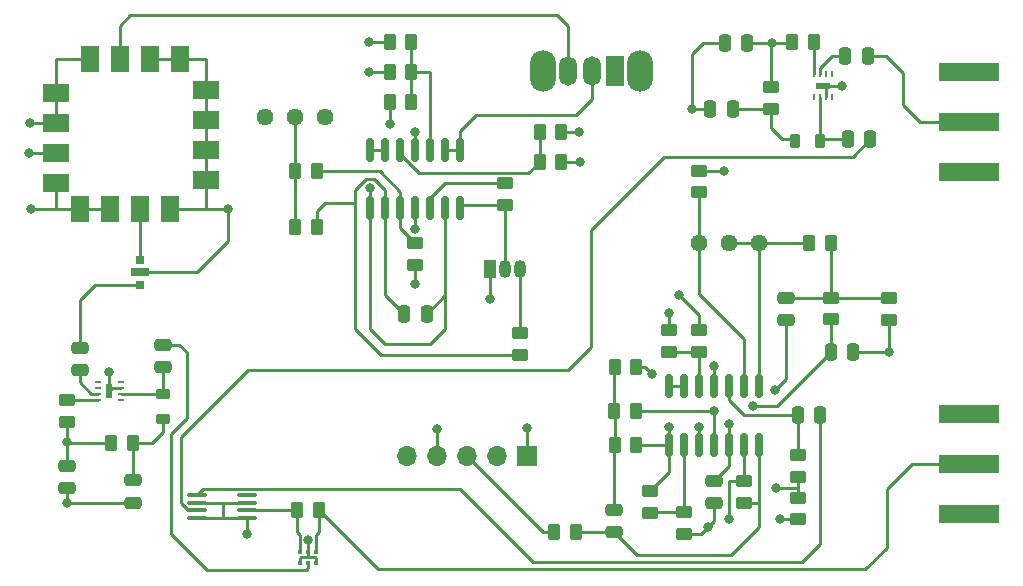
<source format=gbr>
%TF.GenerationSoftware,KiCad,Pcbnew,(6.0.7)*%
%TF.CreationDate,2022-08-18T15:59:35-04:00*%
%TF.ProjectId,RadarProject,52616461-7250-4726-9f6a-6563742e6b69,rev?*%
%TF.SameCoordinates,Original*%
%TF.FileFunction,Copper,L1,Top*%
%TF.FilePolarity,Positive*%
%FSLAX46Y46*%
G04 Gerber Fmt 4.6, Leading zero omitted, Abs format (unit mm)*
G04 Created by KiCad (PCBNEW (6.0.7)) date 2022-08-18 15:59:35*
%MOMM*%
%LPD*%
G01*
G04 APERTURE LIST*
G04 Aperture macros list*
%AMRoundRect*
0 Rectangle with rounded corners*
0 $1 Rounding radius*
0 $2 $3 $4 $5 $6 $7 $8 $9 X,Y pos of 4 corners*
0 Add a 4 corners polygon primitive as box body*
4,1,4,$2,$3,$4,$5,$6,$7,$8,$9,$2,$3,0*
0 Add four circle primitives for the rounded corners*
1,1,$1+$1,$2,$3*
1,1,$1+$1,$4,$5*
1,1,$1+$1,$6,$7*
1,1,$1+$1,$8,$9*
0 Add four rect primitives between the rounded corners*
20,1,$1+$1,$2,$3,$4,$5,0*
20,1,$1+$1,$4,$5,$6,$7,0*
20,1,$1+$1,$6,$7,$8,$9,0*
20,1,$1+$1,$8,$9,$2,$3,0*%
G04 Aperture macros list end*
%TA.AperFunction,ComponentPad*%
%ADD10R,1.700000X1.700000*%
%TD*%
%TA.AperFunction,ComponentPad*%
%ADD11O,1.700000X1.700000*%
%TD*%
%TA.AperFunction,ComponentPad*%
%ADD12O,2.200000X3.500000*%
%TD*%
%TA.AperFunction,ComponentPad*%
%ADD13R,1.500000X2.500000*%
%TD*%
%TA.AperFunction,ComponentPad*%
%ADD14O,1.500000X2.500000*%
%TD*%
%TA.AperFunction,SMDPad,CuDef*%
%ADD15RoundRect,0.250000X-0.262500X-0.450000X0.262500X-0.450000X0.262500X0.450000X-0.262500X0.450000X0*%
%TD*%
%TA.AperFunction,ComponentPad*%
%ADD16C,1.440000*%
%TD*%
%TA.AperFunction,SMDPad,CuDef*%
%ADD17RoundRect,0.100000X0.712500X0.100000X-0.712500X0.100000X-0.712500X-0.100000X0.712500X-0.100000X0*%
%TD*%
%TA.AperFunction,SMDPad,CuDef*%
%ADD18RoundRect,0.150000X0.150000X-0.825000X0.150000X0.825000X-0.150000X0.825000X-0.150000X-0.825000X0*%
%TD*%
%TA.AperFunction,SMDPad,CuDef*%
%ADD19RoundRect,0.250000X0.250000X0.475000X-0.250000X0.475000X-0.250000X-0.475000X0.250000X-0.475000X0*%
%TD*%
%TA.AperFunction,SMDPad,CuDef*%
%ADD20RoundRect,0.250000X0.262500X0.450000X-0.262500X0.450000X-0.262500X-0.450000X0.262500X-0.450000X0*%
%TD*%
%TA.AperFunction,SMDPad,CuDef*%
%ADD21RoundRect,0.250000X-0.475000X0.250000X-0.475000X-0.250000X0.475000X-0.250000X0.475000X0.250000X0*%
%TD*%
%TA.AperFunction,SMDPad,CuDef*%
%ADD22RoundRect,0.250000X-0.450000X0.262500X-0.450000X-0.262500X0.450000X-0.262500X0.450000X0.262500X0*%
%TD*%
%TA.AperFunction,SMDPad,CuDef*%
%ADD23R,0.410000X0.330000*%
%TD*%
%TA.AperFunction,SMDPad,CuDef*%
%ADD24R,0.250000X0.500000*%
%TD*%
%TA.AperFunction,SMDPad,CuDef*%
%ADD25R,1.200000X0.600000*%
%TD*%
%TA.AperFunction,SMDPad,CuDef*%
%ADD26R,5.080000X1.500000*%
%TD*%
%TA.AperFunction,SMDPad,CuDef*%
%ADD27RoundRect,0.250000X-0.250000X-0.475000X0.250000X-0.475000X0.250000X0.475000X-0.250000X0.475000X0*%
%TD*%
%TA.AperFunction,SMDPad,CuDef*%
%ADD28RoundRect,0.250000X0.475000X-0.250000X0.475000X0.250000X-0.475000X0.250000X-0.475000X-0.250000X0*%
%TD*%
%TA.AperFunction,SMDPad,CuDef*%
%ADD29RoundRect,0.250000X0.450000X-0.262500X0.450000X0.262500X-0.450000X0.262500X-0.450000X-0.262500X0*%
%TD*%
%TA.AperFunction,ComponentPad*%
%ADD30R,1.050000X1.500000*%
%TD*%
%TA.AperFunction,ComponentPad*%
%ADD31O,1.050000X1.500000*%
%TD*%
%TA.AperFunction,SMDPad,CuDef*%
%ADD32RoundRect,0.218750X-0.218750X-0.381250X0.218750X-0.381250X0.218750X0.381250X-0.218750X0.381250X0*%
%TD*%
%TA.AperFunction,SMDPad,CuDef*%
%ADD33RoundRect,0.218750X0.381250X-0.218750X0.381250X0.218750X-0.381250X0.218750X-0.381250X-0.218750X0*%
%TD*%
%TA.AperFunction,SMDPad,CuDef*%
%ADD34R,0.500000X0.250000*%
%TD*%
%TA.AperFunction,SMDPad,CuDef*%
%ADD35R,0.600000X1.200000*%
%TD*%
%TA.AperFunction,SMDPad,CuDef*%
%ADD36R,0.762000X0.762000*%
%TD*%
%TA.AperFunction,SMDPad,CuDef*%
%ADD37R,1.520000X0.635000*%
%TD*%
%TA.AperFunction,SMDPad,CuDef*%
%ADD38R,2.286000X1.524000*%
%TD*%
%TA.AperFunction,SMDPad,CuDef*%
%ADD39R,1.524000X2.286000*%
%TD*%
%TA.AperFunction,ViaPad*%
%ADD40C,0.800000*%
%TD*%
%TA.AperFunction,Conductor*%
%ADD41C,0.250000*%
%TD*%
%TA.AperFunction,Conductor*%
%ADD42C,0.293000*%
%TD*%
G04 APERTURE END LIST*
D10*
%TO.P,J3,1,Pin_1*%
%TO.N,Earth*%
X64570000Y-58320000D03*
D11*
%TO.P,J3,2,Pin_2*%
%TO.N,unconnected-(J3-Pad2)*%
X62030000Y-58320000D03*
%TO.P,J3,3,Pin_3*%
%TO.N,Net-(R26-Pad2)*%
X59490000Y-58320000D03*
%TO.P,J3,4,Pin_4*%
%TO.N,+5V*%
X56950000Y-58320000D03*
%TO.P,J3,5,Pin_5*%
%TO.N,Net-(SW1-Pad3)*%
X54410000Y-58320000D03*
%TD*%
D12*
%TO.P,SW1,*%
%TO.N,*%
X65930000Y-25710000D03*
X74130000Y-25710000D03*
D13*
%TO.P,SW1,1,A*%
%TO.N,Earth*%
X72030000Y-25710000D03*
D14*
%TO.P,SW1,2,B*%
%TO.N,Net-(SW1-Pad2)*%
X70030000Y-25710000D03*
%TO.P,SW1,3,C*%
%TO.N,Net-(SW1-Pad3)*%
X68030000Y-25710000D03*
%TD*%
D15*
%TO.P,R16,1*%
%TO.N,Net-(C11-Pad2)*%
X52917500Y-28317500D03*
%TO.P,R16,2*%
%TO.N,Net-(R16-Pad2)*%
X54742500Y-28317500D03*
%TD*%
D16*
%TO.P,RV1,1,1*%
%TO.N,+5V*%
X47480000Y-29587500D03*
%TO.P,RV1,2,2*%
%TO.N,Net-(R8-Pad1)*%
X44940000Y-29587500D03*
%TO.P,RV1,3,3*%
%TO.N,Earth*%
X42400000Y-29587500D03*
%TD*%
D17*
%TO.P,U6,1,GND*%
%TO.N,Earth*%
X40862500Y-63565000D03*
%TO.P,U6,2,LO*%
%TO.N,Net-(U2-Pad4)*%
X40862500Y-62915000D03*
%TO.P,U6,3,GND*%
%TO.N,Earth*%
X40862500Y-62265000D03*
%TO.P,U6,4,NC*%
%TO.N,unconnected-(U6-Pad4)*%
X40862500Y-61615000D03*
%TO.P,U6,5,IF*%
%TO.N,Net-(C9-Pad1)*%
X36637500Y-61615000D03*
%TO.P,U6,6,GND*%
%TO.N,Earth*%
X36637500Y-62265000D03*
%TO.P,U6,7,RF*%
%TO.N,Net-(C8-Pad2)*%
X36637500Y-62915000D03*
%TO.P,U6,8,GND*%
%TO.N,Earth*%
X36637500Y-63565000D03*
%TD*%
D18*
%TO.P,U8,14*%
%TO.N,Net-(U8-Pad13)*%
X76570000Y-52392500D03*
%TO.P,U8,13,-*%
X77840000Y-52392500D03*
%TO.P,U8,12,+*%
%TO.N,Net-(R27-Pad2)*%
X79110000Y-52392500D03*
%TO.P,U8,11,V-*%
%TO.N,Earth*%
X80380000Y-52392500D03*
%TO.P,U8,10,+*%
%TO.N,Net-(C9-Pad2)*%
X81650000Y-52392500D03*
%TO.P,U8,9,-*%
%TO.N,Net-(R6-Pad2)*%
X82920000Y-52392500D03*
%TO.P,U8,8*%
%TO.N,Net-(R12-Pad1)*%
X84190000Y-52392500D03*
%TO.P,U8,7*%
%TO.N,Net-(C13-Pad1)*%
X84190000Y-57342500D03*
%TO.P,U8,6,-*%
%TO.N,Net-(R24-Pad2)*%
X82920000Y-57342500D03*
%TO.P,U8,5,+*%
%TO.N,Net-(C14-Pad1)*%
X81650000Y-57342500D03*
%TO.P,U8,4,V+*%
%TO.N,+5V*%
X80380000Y-57342500D03*
%TO.P,U8,3,+*%
%TO.N,Net-(C12-Pad1)*%
X79110000Y-57342500D03*
%TO.P,U8,2,-*%
%TO.N,Net-(R17-Pad2)*%
X77840000Y-57342500D03*
%TO.P,U8,1*%
%TO.N,Net-(C10-Pad1)*%
X76570000Y-57342500D03*
%TD*%
D15*
%TO.P,R9,1*%
%TO.N,Net-(R8-Pad1)*%
X44930000Y-34207500D03*
%TO.P,R9,2*%
%TO.N,Net-(R11-Pad2)*%
X46755000Y-34207500D03*
%TD*%
D19*
%TO.P,C4,1*%
%TO.N,Net-(C4-Pad1)*%
X93400000Y-24430000D03*
%TO.P,C4,2*%
%TO.N,Net-(C4-Pad2)*%
X91500000Y-24430000D03*
%TD*%
D20*
%TO.P,R26,2*%
%TO.N,Net-(R26-Pad2)*%
X66867500Y-64737500D03*
%TO.P,R26,1*%
%TO.N,Net-(C13-Pad1)*%
X68692500Y-64737500D03*
%TD*%
%TO.P,R29,1*%
%TO.N,+5V*%
X67442500Y-30857500D03*
%TO.P,R29,2*%
%TO.N,Net-(R29-Pad2)*%
X65617500Y-30857500D03*
%TD*%
D21*
%TO.P,C2,2*%
%TO.N,Net-(C2-Pad2)*%
X26686250Y-51050000D03*
%TO.P,C2,1*%
%TO.N,Net-(C2-Pad1)*%
X26686250Y-49150000D03*
%TD*%
D22*
%TO.P,R6,2*%
%TO.N,Net-(R6-Pad2)*%
X79110000Y-35970000D03*
%TO.P,R6,1*%
%TO.N,+5V*%
X79110000Y-34145000D03*
%TD*%
D19*
%TO.P,C9,2*%
%TO.N,Net-(C9-Pad2)*%
X87460000Y-54827500D03*
%TO.P,C9,1*%
%TO.N,Net-(C9-Pad1)*%
X89360000Y-54827500D03*
%TD*%
D22*
%TO.P,R14,2*%
%TO.N,Net-(C12-Pad1)*%
X90270000Y-46740000D03*
%TO.P,R14,1*%
%TO.N,Net-(C10-Pad2)*%
X90270000Y-44915000D03*
%TD*%
D23*
%TO.P,U2,1,Gnd*%
%TO.N,Earth*%
X46682500Y-67381250D03*
%TO.P,U2,2,RF_in*%
%TO.N,Net-(C7-Pad2)*%
X46022500Y-67381250D03*
%TO.P,U2,3,Gnd*%
%TO.N,Earth*%
X45362500Y-67381250D03*
%TO.P,U2,4,RF_out*%
%TO.N,Net-(U2-Pad4)*%
X45362500Y-66391250D03*
%TO.P,U2,5,Gnd*%
%TO.N,Earth*%
X46022500Y-66391250D03*
%TO.P,U2,6,RF_out*%
%TO.N,Net-(U2-Pad6)*%
X46682500Y-66391250D03*
%TD*%
D24*
%TO.P,U4,1,V_bias*%
%TO.N,Net-(R2-Pad2)*%
X88855000Y-25940000D03*
%TO.P,U4,2,RF_in*%
%TO.N,Net-(C4-Pad2)*%
X89355000Y-25940000D03*
%TO.P,U4,3,N.C.*%
%TO.N,unconnected-(U4-Pad3)*%
X89855000Y-25940000D03*
%TO.P,U4,4,I.C.*%
%TO.N,unconnected-(U4-Pad4)*%
X90355000Y-25940000D03*
%TO.P,U4,5,I.C.*%
%TO.N,unconnected-(U4-Pad5)*%
X90355000Y-27940000D03*
%TO.P,U4,6,SHDN*%
%TO.N,Earth*%
X89855000Y-27940000D03*
%TO.P,U4,7,RF_out*%
%TO.N,Net-(C8-Pad1)*%
X89355000Y-27940000D03*
%TO.P,U4,8,I.C.*%
%TO.N,unconnected-(U4-Pad8)*%
X88855000Y-27940000D03*
D25*
%TO.P,U4,9,Gnd*%
%TO.N,Earth*%
X89605000Y-26940000D03*
%TD*%
D22*
%TO.P,R13,2*%
%TO.N,+5V*%
X95190000Y-46760000D03*
%TO.P,R13,1*%
%TO.N,Net-(C10-Pad2)*%
X95190000Y-44935000D03*
%TD*%
D18*
%TO.P,U7,1*%
%TO.N,Net-(C11-Pad2)*%
X51290000Y-37335000D03*
%TO.P,U7,2,-*%
%TO.N,Net-(C11-Pad1)*%
X52560000Y-37335000D03*
%TO.P,U7,3,+*%
%TO.N,Net-(R11-Pad2)*%
X53830000Y-37335000D03*
%TO.P,U7,4,V+*%
%TO.N,+5V*%
X55100000Y-37335000D03*
%TO.P,U7,5,+*%
%TO.N,Net-(R15-Pad1)*%
X56370000Y-37335000D03*
%TO.P,U7,6,-*%
%TO.N,Net-(C11-Pad2)*%
X57640000Y-37335000D03*
%TO.P,U7,7*%
%TO.N,Net-(Q1-Pad2)*%
X58910000Y-37335000D03*
%TO.P,U7,8*%
%TO.N,Net-(SW1-Pad2)*%
X58910000Y-32385000D03*
%TO.P,U7,9,-*%
X57640000Y-32385000D03*
%TO.P,U7,10,+*%
%TO.N,Net-(R16-Pad2)*%
X56370000Y-32385000D03*
%TO.P,U7,11,V-*%
%TO.N,Earth*%
X55100000Y-32385000D03*
%TO.P,U7,12,+*%
%TO.N,Net-(R29-Pad2)*%
X53830000Y-32385000D03*
%TO.P,U7,13,-*%
%TO.N,Net-(U7-Pad13)*%
X52560000Y-32385000D03*
%TO.P,U7,14*%
X51290000Y-32385000D03*
%TD*%
D21*
%TO.P,C14,2*%
%TO.N,+5V*%
X80380000Y-62287500D03*
%TO.P,C14,1*%
%TO.N,Net-(C14-Pad1)*%
X80380000Y-60387500D03*
%TD*%
D26*
%TO.P,J2,2,Ext*%
%TO.N,Net-(AE2-Pad1)*%
X102000000Y-63250000D03*
X102000000Y-54750000D03*
%TO.P,J2,1,In*%
%TO.N,Net-(U2-Pad6)*%
X102000000Y-59000000D03*
%TD*%
%TO.P,J1,2,Ext*%
%TO.N,Net-(AE1-Pad1)*%
X102000000Y-34250000D03*
X102000000Y-25750000D03*
%TO.P,J1,1,In*%
%TO.N,Net-(C4-Pad1)*%
X102000000Y-30000000D03*
%TD*%
D15*
%TO.P,R2,1*%
%TO.N,+5V*%
X87017500Y-23290000D03*
%TO.P,R2,2*%
%TO.N,Net-(R2-Pad2)*%
X88842500Y-23290000D03*
%TD*%
%TO.P,R12,2*%
%TO.N,Net-(C10-Pad2)*%
X90272500Y-40247500D03*
%TO.P,R12,1*%
%TO.N,Net-(R12-Pad1)*%
X88447500Y-40247500D03*
%TD*%
D22*
%TO.P,R24,2*%
%TO.N,Net-(R24-Pad2)*%
X87470000Y-63662500D03*
%TO.P,R24,1*%
%TO.N,+5V*%
X87470000Y-61837500D03*
%TD*%
D15*
%TO.P,R4,2*%
%TO.N,Net-(C5-Pad2)*%
X31168750Y-57160000D03*
%TO.P,R4,1*%
%TO.N,+5V*%
X29343750Y-57160000D03*
%TD*%
D27*
%TO.P,C6,1*%
%TO.N,Earth*%
X80080000Y-28920000D03*
%TO.P,C6,2*%
%TO.N,Net-(C6-Pad2)*%
X81980000Y-28920000D03*
%TD*%
%TO.P,C12,2*%
%TO.N,+5V*%
X92170000Y-49507500D03*
%TO.P,C12,1*%
%TO.N,Net-(C12-Pad1)*%
X90270000Y-49507500D03*
%TD*%
D22*
%TO.P,R15,1*%
%TO.N,Net-(R15-Pad1)*%
X62720000Y-35217500D03*
%TO.P,R15,2*%
%TO.N,Net-(Q1-Pad2)*%
X62720000Y-37042500D03*
%TD*%
D15*
%TO.P,R30,2*%
%TO.N,Earth*%
X67442500Y-33397500D03*
%TO.P,R30,1*%
%TO.N,Net-(R29-Pad2)*%
X65617500Y-33397500D03*
%TD*%
D28*
%TO.P,C7,2*%
%TO.N,Net-(C7-Pad2)*%
X33726250Y-48870000D03*
%TO.P,C7,1*%
%TO.N,Net-(C7-Pad1)*%
X33726250Y-50770000D03*
%TD*%
D29*
%TO.P,R17,2*%
%TO.N,Net-(R17-Pad2)*%
X77840000Y-63085000D03*
%TO.P,R17,1*%
%TO.N,+5V*%
X77840000Y-64910000D03*
%TD*%
%TO.P,R20,2*%
%TO.N,Net-(C10-Pad1)*%
X74990000Y-61265000D03*
%TO.P,R20,1*%
%TO.N,Net-(R17-Pad2)*%
X74990000Y-63090000D03*
%TD*%
D15*
%TO.P,R22,2*%
%TO.N,+5V*%
X73782500Y-54487500D03*
%TO.P,R22,1*%
%TO.N,Net-(C13-Pad2)*%
X71957500Y-54487500D03*
%TD*%
D30*
%TO.P,Q1,1,S*%
%TO.N,Earth*%
X61450000Y-42480000D03*
D31*
%TO.P,Q1,2,G*%
%TO.N,Net-(Q1-Pad2)*%
X62720000Y-42480000D03*
%TO.P,Q1,3,D*%
%TO.N,Net-(Q1-Pad3)*%
X63990000Y-42480000D03*
%TD*%
D15*
%TO.P,R8,1*%
%TO.N,Net-(R8-Pad1)*%
X44927500Y-38917500D03*
%TO.P,R8,2*%
%TO.N,Net-(C11-Pad1)*%
X46752500Y-38917500D03*
%TD*%
D20*
%TO.P,R19,1*%
%TO.N,Net-(R16-Pad2)*%
X54742500Y-25777500D03*
%TO.P,R19,2*%
%TO.N,+5V*%
X52917500Y-25777500D03*
%TD*%
D29*
%TO.P,R7,2*%
%TO.N,Net-(C9-Pad2)*%
X87460000Y-58245000D03*
%TO.P,R7,1*%
%TO.N,+5V*%
X87460000Y-60070000D03*
%TD*%
D32*
%TO.P,L2,1,1*%
%TO.N,Net-(C6-Pad2)*%
X87217500Y-31610000D03*
%TO.P,L2,2,2*%
%TO.N,Net-(C8-Pad1)*%
X89342500Y-31610000D03*
%TD*%
D27*
%TO.P,C3,1*%
%TO.N,Earth*%
X81320000Y-23300000D03*
%TO.P,C3,2*%
%TO.N,+5V*%
X83220000Y-23300000D03*
%TD*%
D20*
%TO.P,R18,1*%
%TO.N,Net-(R16-Pad2)*%
X54742500Y-23237500D03*
%TO.P,R18,2*%
%TO.N,Earth*%
X52917500Y-23237500D03*
%TD*%
D22*
%TO.P,R10,1*%
%TO.N,Net-(Q1-Pad3)*%
X63990000Y-47917500D03*
%TO.P,R10,2*%
%TO.N,Net-(C11-Pad1)*%
X63990000Y-49742500D03*
%TD*%
D29*
%TO.P,R1,2*%
%TO.N,Net-(R1-Pad2)*%
X25586250Y-53557500D03*
%TO.P,R1,1*%
%TO.N,+5V*%
X25586250Y-55382500D03*
%TD*%
D33*
%TO.P,L1,2,2*%
%TO.N,Net-(C7-Pad1)*%
X33726250Y-53047500D03*
%TO.P,L1,1,1*%
%TO.N,Net-(C5-Pad2)*%
X33726250Y-55172500D03*
%TD*%
D16*
%TO.P,RV2,3,3*%
%TO.N,Net-(R12-Pad1)*%
X84190000Y-40247500D03*
%TO.P,RV2,2,2*%
X81650000Y-40247500D03*
%TO.P,RV2,1,1*%
%TO.N,Net-(R6-Pad2)*%
X79110000Y-40247500D03*
%TD*%
D22*
%TO.P,R25,2*%
%TO.N,Net-(C13-Pad1)*%
X82920000Y-62250000D03*
%TO.P,R25,1*%
%TO.N,Net-(R24-Pad2)*%
X82920000Y-60425000D03*
%TD*%
%TO.P,R27,2*%
%TO.N,Net-(R27-Pad2)*%
X79110000Y-49460000D03*
%TO.P,R27,1*%
%TO.N,+5V*%
X79110000Y-47635000D03*
%TD*%
D28*
%TO.P,C10,2*%
%TO.N,Net-(C10-Pad2)*%
X86480000Y-44917500D03*
%TO.P,C10,1*%
%TO.N,Net-(C10-Pad1)*%
X86480000Y-46817500D03*
%TD*%
D34*
%TO.P,U3,1,V_bias*%
%TO.N,Net-(R1-Pad2)*%
X28196250Y-53555000D03*
%TO.P,U3,2,RF_in*%
%TO.N,Net-(C2-Pad2)*%
X28196250Y-53055000D03*
%TO.P,U3,3,N.C.*%
%TO.N,unconnected-(U3-Pad3)*%
X28196250Y-52555000D03*
%TO.P,U3,4,I.C.*%
%TO.N,unconnected-(U3-Pad4)*%
X28196250Y-52055000D03*
%TO.P,U3,5,I.C.*%
%TO.N,unconnected-(U3-Pad5)*%
X30196250Y-52055000D03*
%TO.P,U3,6,SHDN*%
%TO.N,Earth*%
X30196250Y-52555000D03*
%TO.P,U3,7,RF_out*%
%TO.N,Net-(C7-Pad1)*%
X30196250Y-53055000D03*
%TO.P,U3,8,I.C.*%
%TO.N,unconnected-(U3-Pad8)*%
X30196250Y-53555000D03*
D35*
%TO.P,U3,9,Gnd*%
%TO.N,Earth*%
X29196250Y-52805000D03*
%TD*%
D15*
%TO.P,R23,2*%
%TO.N,Net-(C14-Pad1)*%
X73802500Y-50797500D03*
%TO.P,R23,1*%
%TO.N,Net-(C13-Pad2)*%
X71977500Y-50797500D03*
%TD*%
D27*
%TO.P,C8,1*%
%TO.N,Net-(C8-Pad1)*%
X91720000Y-31480000D03*
%TO.P,C8,2*%
%TO.N,Net-(C8-Pad2)*%
X93620000Y-31480000D03*
%TD*%
D36*
%TO.P,U1,1,RF_in*%
%TO.N,Net-(U1-Pad1)*%
X31770000Y-41695000D03*
D37*
%TO.P,U1,2,Gnd*%
%TO.N,Earth*%
X31770000Y-42745000D03*
D36*
%TO.P,U1,3,RF_out*%
%TO.N,Net-(C2-Pad1)*%
X31770000Y-43805000D03*
%TD*%
D28*
%TO.P,C5,2*%
%TO.N,Net-(C5-Pad2)*%
X31156250Y-60360000D03*
%TO.P,C5,1*%
%TO.N,Earth*%
X31156250Y-62260000D03*
%TD*%
D27*
%TO.P,C11,1*%
%TO.N,Net-(C11-Pad1)*%
X54150000Y-46290000D03*
%TO.P,C11,2*%
%TO.N,Net-(C11-Pad2)*%
X56050000Y-46290000D03*
%TD*%
D28*
%TO.P,C13,2*%
%TO.N,Net-(C13-Pad2)*%
X71950000Y-62837500D03*
%TO.P,C13,1*%
%TO.N,Net-(C13-Pad1)*%
X71950000Y-64737500D03*
%TD*%
%TO.P,C1,2*%
%TO.N,+5V*%
X25586250Y-59120000D03*
%TO.P,C1,1*%
%TO.N,Earth*%
X25586250Y-61020000D03*
%TD*%
D22*
%TO.P,R5,1*%
%TO.N,+5V*%
X85220000Y-27067500D03*
%TO.P,R5,2*%
%TO.N,Net-(C6-Pad2)*%
X85220000Y-28892500D03*
%TD*%
D15*
%TO.P,R3,1*%
%TO.N,Net-(U2-Pad4)*%
X45110000Y-62901250D03*
%TO.P,R3,2*%
%TO.N,Net-(U2-Pad6)*%
X46935000Y-62901250D03*
%TD*%
D20*
%TO.P,R21,2*%
%TO.N,Net-(C13-Pad2)*%
X71967500Y-57337500D03*
%TO.P,R21,1*%
%TO.N,Net-(C10-Pad1)*%
X73792500Y-57337500D03*
%TD*%
D29*
%TO.P,R28,2*%
%TO.N,Earth*%
X76550000Y-47645000D03*
%TO.P,R28,1*%
%TO.N,Net-(R27-Pad2)*%
X76550000Y-49470000D03*
%TD*%
D38*
%TO.P,U5,16,Gnd*%
%TO.N,Earth*%
X24650000Y-27570000D03*
%TO.P,U5,15,Gnd*%
X24650000Y-30110000D03*
%TO.P,U5,14,Vcc*%
%TO.N,+5V*%
X24650000Y-32650000D03*
%TO.P,U5,13,Gnd*%
%TO.N,Earth*%
X24650000Y-35190000D03*
D39*
%TO.P,U5,12,Gnd*%
X26680000Y-37350000D03*
%TO.P,U5,11,Gnd*%
X29220000Y-37350000D03*
%TO.P,U5,10,RF_Out*%
%TO.N,Net-(U1-Pad1)*%
X31760000Y-37350000D03*
%TO.P,U5,9,Gnd*%
%TO.N,Earth*%
X34300000Y-37350000D03*
D38*
%TO.P,U5,7,Gnd*%
X37350000Y-32400000D03*
%TO.P,U5,6,Gnd*%
X37350000Y-29860000D03*
%TO.P,U5,5,Gnd*%
X37350000Y-34940000D03*
X37350000Y-27320000D03*
D39*
%TO.P,U5,4,Gnd*%
X35180000Y-24650000D03*
%TO.P,U5,3,Gnd*%
X32640000Y-24650000D03*
%TO.P,U5,2,Vt*%
%TO.N,Net-(SW1-Pad3)*%
X30100000Y-24650000D03*
%TO.P,U5,1,Gnd*%
%TO.N,Earth*%
X27560000Y-24650000D03*
%TD*%
D29*
%TO.P,R11,1*%
%TO.N,Earth*%
X55100000Y-42122500D03*
%TO.P,R11,2*%
%TO.N,Net-(R11-Pad2)*%
X55100000Y-40297500D03*
%TD*%
D40*
%TO.N,Earth*%
X40860000Y-64920000D03*
X64560000Y-55970000D03*
%TO.N,+5V*%
X56950000Y-56020000D03*
X85260000Y-23330000D03*
X81240000Y-34140000D03*
X68920000Y-30860000D03*
X55100000Y-39060000D03*
X51210000Y-25780000D03*
X22400000Y-32650000D03*
X25590000Y-57150000D03*
X80380000Y-54480000D03*
X79840000Y-64330000D03*
X85620000Y-60970000D03*
X95190000Y-49500000D03*
X77420000Y-44710000D03*
%TO.N,Earth*%
X80380000Y-50670000D03*
X46020000Y-65380000D03*
X22490000Y-30110000D03*
X22540000Y-37350000D03*
X39210000Y-37350000D03*
X78510000Y-28920000D03*
X76540000Y-46220000D03*
X25610000Y-62280000D03*
X55100000Y-43750000D03*
X69070000Y-33397500D03*
X61450000Y-45020000D03*
X51210000Y-23241250D03*
X29196250Y-51200000D03*
X91240000Y-26940000D03*
X55100000Y-30857500D03*
%TO.N,Net-(C10-Pad1)*%
X76570000Y-55847500D03*
X85530000Y-52687500D03*
%TO.N,Net-(C11-Pad2)*%
X52917500Y-30208750D03*
X51290000Y-35631250D03*
%TO.N,Net-(C12-Pad1)*%
X79110000Y-55837500D03*
X83710000Y-54097500D03*
%TO.N,Net-(C14-Pad1)*%
X75180000Y-51397500D03*
X81650000Y-55597500D03*
%TO.N,Net-(R24-Pad2)*%
X85950000Y-63677500D03*
X81680000Y-63667500D03*
%TD*%
D41*
%TO.N,Earth*%
X36575000Y-42745000D02*
X39210000Y-40110000D01*
X31770000Y-42745000D02*
X36575000Y-42745000D01*
X39210000Y-40110000D02*
X39210000Y-37350000D01*
X40862500Y-63565000D02*
X40862500Y-64917500D01*
X40862500Y-64917500D02*
X40860000Y-64920000D01*
X38785000Y-62265000D02*
X40862500Y-62265000D01*
X36637500Y-62265000D02*
X38785000Y-62265000D01*
X36637500Y-63565000D02*
X38785000Y-63565000D01*
X38785000Y-63565000D02*
X40862500Y-63565000D01*
X38785000Y-62265000D02*
X38785000Y-63565000D01*
X64560000Y-55970000D02*
X64560000Y-58310000D01*
X64560000Y-58310000D02*
X64570000Y-58320000D01*
%TO.N,+5V*%
X56950000Y-56020000D02*
X56950000Y-58320000D01*
%TO.N,Net-(R26-Pad2)*%
X59490000Y-58320000D02*
X65907500Y-64737500D01*
X65907500Y-64737500D02*
X66867500Y-64737500D01*
%TO.N,+5V*%
X81240000Y-34140000D02*
X79115000Y-34140000D01*
X79115000Y-34140000D02*
X79110000Y-34145000D01*
X68920000Y-30860000D02*
X67445000Y-30860000D01*
X67445000Y-30860000D02*
X67442500Y-30857500D01*
X55100000Y-39060000D02*
X55100000Y-37335000D01*
X51210000Y-25780000D02*
X52915000Y-25780000D01*
X52915000Y-25780000D02*
X52917500Y-25777500D01*
X22400000Y-32650000D02*
X24650000Y-32650000D01*
X80380000Y-57342500D02*
X80380000Y-54480000D01*
X80380000Y-54480000D02*
X73790000Y-54480000D01*
X73790000Y-54480000D02*
X73782500Y-54487500D01*
X87460000Y-60070000D02*
X87460000Y-60960000D01*
X87460000Y-60960000D02*
X87470000Y-60970000D01*
X85620000Y-60970000D02*
X87470000Y-60970000D01*
X87470000Y-60970000D02*
X87470000Y-61837500D01*
X95190000Y-49500000D02*
X95190000Y-46760000D01*
X95190000Y-49500000D02*
X92177500Y-49500000D01*
X92177500Y-49500000D02*
X92170000Y-49507500D01*
X77420000Y-44710000D02*
X79110000Y-46400000D01*
X79110000Y-46400000D02*
X79110000Y-47635000D01*
%TO.N,Earth*%
X80380000Y-50670000D02*
X80380000Y-52392500D01*
X46597500Y-66881250D02*
X45947500Y-66881250D01*
X45362500Y-67381250D02*
X45362500Y-66966250D01*
X45362500Y-66966250D02*
X45447500Y-66881250D01*
X45447500Y-66881250D02*
X45947500Y-66881250D01*
X45947500Y-66881250D02*
X46022500Y-66806250D01*
X46022500Y-66806250D02*
X46022500Y-66391250D01*
X46682500Y-67381250D02*
X46682500Y-66966250D01*
X46682500Y-66966250D02*
X46597500Y-66881250D01*
X46022500Y-66612500D02*
X46022500Y-66391250D01*
X46020000Y-65380000D02*
X46020000Y-66388750D01*
X46020000Y-66388750D02*
X46022500Y-66391250D01*
X22490000Y-30110000D02*
X24650000Y-30110000D01*
X22540000Y-37350000D02*
X24650000Y-37350000D01*
X39210000Y-37350000D02*
X37350000Y-37350000D01*
D42*
X81320000Y-23300000D02*
X79440000Y-23300000D01*
X79440000Y-23300000D02*
X78510000Y-24230000D01*
X78510000Y-24230000D02*
X78510000Y-28920000D01*
X78510000Y-28920000D02*
X80080000Y-28920000D01*
D41*
X76540000Y-46220000D02*
X76540000Y-47635000D01*
X76540000Y-47635000D02*
X76550000Y-47645000D01*
X37350000Y-34940000D02*
X37350000Y-37350000D01*
X37350000Y-37350000D02*
X34300000Y-37350000D01*
X37350000Y-32400000D02*
X37350000Y-34940000D01*
X37350000Y-29860000D02*
X37350000Y-32400000D01*
X37350000Y-27320000D02*
X37350000Y-29860000D01*
X35180000Y-24650000D02*
X37350000Y-24650000D01*
X37350000Y-24650000D02*
X37350000Y-27320000D01*
X32640000Y-24650000D02*
X35180000Y-24650000D01*
X24650000Y-27570000D02*
X24650000Y-24650000D01*
X24650000Y-24650000D02*
X27560000Y-24650000D01*
X24650000Y-30110000D02*
X24650000Y-27570000D01*
X26680000Y-37350000D02*
X24650000Y-37350000D01*
X24650000Y-37350000D02*
X24650000Y-35190000D01*
X29220000Y-37350000D02*
X26680000Y-37350000D01*
D42*
X31156250Y-62260000D02*
X25630000Y-62260000D01*
D41*
X25630000Y-62260000D02*
X25610000Y-62280000D01*
D42*
X25586250Y-61020000D02*
X25586250Y-62436250D01*
D41*
X25586250Y-62436250D02*
X25590000Y-62440000D01*
D42*
%TO.N,Net-(U2-Pad6)*%
X93200000Y-67880000D02*
X51913750Y-67880000D01*
X102000000Y-59000000D02*
X97130000Y-59000000D01*
X97130000Y-59000000D02*
X95000000Y-61130000D01*
X95000000Y-61130000D02*
X95000000Y-66080000D01*
X95000000Y-66080000D02*
X93200000Y-67880000D01*
%TO.N,Net-(C7-Pad2)*%
X46022500Y-67381250D02*
X46022500Y-67796250D01*
X46022500Y-67796250D02*
X45838750Y-67980000D01*
X34380000Y-56400000D02*
X35730000Y-55050000D01*
X45838750Y-67980000D02*
X37490000Y-67980000D01*
X37490000Y-67980000D02*
X34380000Y-64870000D01*
X34380000Y-64870000D02*
X34380000Y-56400000D01*
X35730000Y-55050000D02*
X35730000Y-49470000D01*
X35730000Y-49470000D02*
X35130000Y-48870000D01*
X35130000Y-48870000D02*
X33726250Y-48870000D01*
%TO.N,Net-(C8-Pad2)*%
X35230000Y-56730000D02*
X40940000Y-51020000D01*
X35873959Y-62915000D02*
X35230000Y-62271041D01*
X35230000Y-62271041D02*
X35230000Y-56730000D01*
%TO.N,Net-(C4-Pad1)*%
X96400000Y-25890000D02*
X96400000Y-28610000D01*
X93400000Y-24430000D02*
X94940000Y-24430000D01*
X94940000Y-24430000D02*
X96400000Y-25890000D01*
X96400000Y-28610000D02*
X97790000Y-30000000D01*
X97790000Y-30000000D02*
X102000000Y-30000000D01*
%TO.N,Net-(C9-Pad1)*%
X36637500Y-61615000D02*
X37162500Y-61090000D01*
X37162500Y-61090000D02*
X58920000Y-61090000D01*
X58920000Y-61090000D02*
X65080000Y-67250000D01*
X65080000Y-67250000D02*
X87860000Y-67250000D01*
X87860000Y-67250000D02*
X89370000Y-65740000D01*
X89370000Y-65740000D02*
X89370000Y-54837500D01*
D41*
X89370000Y-54837500D02*
X89360000Y-54827500D01*
D42*
%TO.N,Net-(C8-Pad2)*%
X67990000Y-51020000D02*
X69940000Y-49070000D01*
X69940000Y-49070000D02*
X69940000Y-39150000D01*
X40940000Y-51020000D02*
X67990000Y-51020000D01*
X69940000Y-39150000D02*
X76130000Y-32960000D01*
X76130000Y-32960000D02*
X92140000Y-32960000D01*
X92140000Y-32960000D02*
X93620000Y-31480000D01*
%TO.N,Net-(U2-Pad6)*%
X51913750Y-67880000D02*
X46935000Y-62901250D01*
%TO.N,Net-(U2-Pad4)*%
X40862500Y-62915000D02*
X44875000Y-62915000D01*
D41*
X44875000Y-62915000D02*
X44880000Y-62920000D01*
D42*
%TO.N,Net-(C2-Pad1)*%
X31770000Y-43805000D02*
X27945000Y-43805000D01*
X27945000Y-43805000D02*
X26686250Y-45063750D01*
X26686250Y-45063750D02*
X26686250Y-49150000D01*
D41*
%TO.N,Net-(SW1-Pad3)*%
X67100000Y-21000000D02*
X68030000Y-21930000D01*
X30970000Y-21000000D02*
X67100000Y-21000000D01*
X30100000Y-24650000D02*
X30100000Y-21870000D01*
X68030000Y-21930000D02*
X68030000Y-25710000D01*
X30100000Y-21870000D02*
X30970000Y-21000000D01*
D42*
%TO.N,Net-(U1-Pad1)*%
X31760000Y-37350000D02*
X31760000Y-41685000D01*
D41*
X31760000Y-41685000D02*
X31770000Y-41695000D01*
%TO.N,Net-(C7-Pad2)*%
X33726250Y-48870000D02*
X33728750Y-48867500D01*
D42*
%TO.N,Net-(U2-Pad6)*%
X46935000Y-64768750D02*
X46682500Y-65021250D01*
X46935000Y-62901250D02*
X46935000Y-64768750D01*
X46682500Y-65021250D02*
X46682500Y-66391250D01*
%TO.N,Net-(U2-Pad4)*%
X45110000Y-64778750D02*
X45362500Y-65031250D01*
X45110000Y-62901250D02*
X45110000Y-64778750D01*
X45362500Y-65031250D02*
X45362500Y-66391250D01*
D41*
%TO.N,Earth*%
X51210000Y-23241250D02*
X52913750Y-23241250D01*
X55100000Y-32385000D02*
X55100000Y-30857500D01*
X89610000Y-26940000D02*
X91215000Y-26940000D01*
X29196250Y-52805000D02*
X29196250Y-51200000D01*
X29446250Y-52555000D02*
X29196250Y-52805000D01*
X89860000Y-27940000D02*
X89860000Y-27190000D01*
X52913750Y-23241250D02*
X52917500Y-23237500D01*
X61450000Y-42480000D02*
X61450000Y-45020000D01*
X30196250Y-52555000D02*
X29446250Y-52555000D01*
X55100000Y-43750000D02*
X55100000Y-42122500D01*
X67442500Y-33397500D02*
X69070000Y-33397500D01*
%TO.N,+5V*%
X80380000Y-63807500D02*
X79277500Y-64910000D01*
D42*
X29343750Y-57160000D02*
X25596250Y-57160000D01*
X85255000Y-27087500D02*
X85255000Y-23340000D01*
X83295000Y-23330000D02*
X85245000Y-23330000D01*
D41*
X25596250Y-57160000D02*
X25586250Y-57170000D01*
D42*
X85245000Y-23330000D02*
X87032500Y-23330000D01*
X25586250Y-59120000D02*
X25586250Y-57170000D01*
D41*
X79277500Y-64910000D02*
X77840000Y-64910000D01*
D42*
X25586250Y-57170000D02*
X25586250Y-55382500D01*
D41*
X80380000Y-62287500D02*
X80380000Y-63807500D01*
D42*
%TO.N,Net-(C2-Pad2)*%
X27671250Y-53055000D02*
X26686250Y-52070000D01*
X28196250Y-53055000D02*
X27671250Y-53055000D01*
X26686250Y-52070000D02*
X26686250Y-51050000D01*
%TO.N,Net-(C4-Pad2)*%
X89360000Y-25940000D02*
X89360000Y-25415000D01*
X89360000Y-25415000D02*
X90345000Y-24430000D01*
X90345000Y-24430000D02*
X91365000Y-24430000D01*
%TO.N,Net-(C5-Pad2)*%
X33726250Y-56260000D02*
X32826250Y-57160000D01*
X31156250Y-60360000D02*
X31156250Y-57172500D01*
X33726250Y-55172500D02*
X33726250Y-56260000D01*
X32826250Y-57160000D02*
X31168750Y-57160000D01*
D41*
X31156250Y-57172500D02*
X31168750Y-57160000D01*
D42*
%TO.N,Net-(C6-Pad2)*%
X86155000Y-31470000D02*
X85255000Y-30570000D01*
X87242500Y-31470000D02*
X86155000Y-31470000D01*
X82055000Y-28900000D02*
X85242500Y-28900000D01*
X85255000Y-30570000D02*
X85255000Y-28912500D01*
%TO.N,Net-(C7-Pad1)*%
X33726250Y-53047500D02*
X33726250Y-50770000D01*
D41*
X33726250Y-53047500D02*
X33718750Y-53055000D01*
D42*
X33718750Y-53055000D02*
X30196250Y-53055000D01*
%TO.N,Net-(C8-Pad1)*%
X89360000Y-31462500D02*
X89360000Y-27940000D01*
X89367500Y-31470000D02*
X91645000Y-31470000D01*
D41*
%TO.N,Net-(C9-Pad2)*%
X81650000Y-53567500D02*
X81650000Y-52392500D01*
X87460000Y-54827500D02*
X87460000Y-58245000D01*
X87460000Y-54827500D02*
X82910000Y-54827500D01*
X82910000Y-54827500D02*
X81650000Y-53567500D01*
%TO.N,Net-(C10-Pad1)*%
X76570000Y-55847500D02*
X76570000Y-57342500D01*
X73792500Y-57337500D02*
X76565000Y-57337500D01*
X76570000Y-59685000D02*
X76570000Y-57342500D01*
X86480000Y-51767500D02*
X85550000Y-52697500D01*
X76565000Y-57337500D02*
X76570000Y-57342500D01*
X86480000Y-46817500D02*
X86480000Y-51767500D01*
X74990000Y-61265000D02*
X76570000Y-59685000D01*
%TO.N,Net-(C10-Pad2)*%
X86480000Y-44917500D02*
X90267500Y-44917500D01*
X95170000Y-44915000D02*
X95190000Y-44935000D01*
X90270000Y-44915000D02*
X90270000Y-40250000D01*
X90267500Y-44917500D02*
X90270000Y-44915000D01*
X90270000Y-40250000D02*
X90272500Y-40247500D01*
X90270000Y-44915000D02*
X95170000Y-44915000D01*
%TO.N,Net-(C11-Pad1)*%
X52560000Y-35783249D02*
X51636751Y-34860000D01*
X51636751Y-34860000D02*
X50943249Y-34860000D01*
X52560000Y-37335000D02*
X52560000Y-44700000D01*
X46752500Y-37585000D02*
X47460000Y-36877500D01*
X50020000Y-36887500D02*
X50020000Y-35783249D01*
X50020000Y-47560000D02*
X50020000Y-36887500D01*
X47460000Y-36877500D02*
X50010000Y-36877500D01*
X50010000Y-36877500D02*
X50020000Y-36887500D01*
X52560000Y-44700000D02*
X54150000Y-46290000D01*
X52560000Y-37335000D02*
X52560000Y-35783249D01*
X46752500Y-38917500D02*
X46752500Y-37585000D01*
X50943249Y-34860000D02*
X50020000Y-35783249D01*
X52202500Y-49742500D02*
X63990000Y-49742500D01*
X50020000Y-47560000D02*
X52202500Y-49742500D01*
%TO.N,Net-(C11-Pad2)*%
X56370000Y-48830000D02*
X57640000Y-47560000D01*
X51290000Y-37335000D02*
X51290000Y-47560000D01*
X57640000Y-37335000D02*
X57640000Y-44700000D01*
X51290000Y-47560000D02*
X52560000Y-48830000D01*
X52917500Y-28317500D02*
X52917500Y-30208750D01*
X57640000Y-44700000D02*
X56050000Y-46290000D01*
X57640000Y-47560000D02*
X57640000Y-44700000D01*
X51290000Y-35631250D02*
X51290000Y-37335000D01*
X52917500Y-30208750D02*
X52920000Y-30211250D01*
X52560000Y-48830000D02*
X56370000Y-48830000D01*
%TO.N,Net-(C12-Pad1)*%
X90270000Y-49507500D02*
X85680000Y-54097500D01*
X85680000Y-54097500D02*
X83710000Y-54097500D01*
X90270000Y-46740000D02*
X90270000Y-49507500D01*
X79110000Y-55837500D02*
X79110000Y-57342500D01*
%TO.N,Net-(C13-Pad1)*%
X71950000Y-64737500D02*
X73890000Y-66677500D01*
X84190000Y-64317500D02*
X84190000Y-62237500D01*
X68692500Y-64737500D02*
X71950000Y-64737500D01*
X84190000Y-62237500D02*
X84190000Y-57342500D01*
X82920000Y-62250000D02*
X84177500Y-62250000D01*
X73890000Y-66677500D02*
X81830000Y-66677500D01*
X84177500Y-62250000D02*
X84190000Y-62237500D01*
X81830000Y-66677500D02*
X84190000Y-64317500D01*
%TO.N,Net-(C13-Pad2)*%
X71967500Y-54497500D02*
X71957500Y-54487500D01*
X71950000Y-57355000D02*
X71967500Y-57337500D01*
X71967500Y-57337500D02*
X71967500Y-54497500D01*
X71950000Y-62837500D02*
X71950000Y-57355000D01*
X71957500Y-50817500D02*
X71977500Y-50797500D01*
X71957500Y-54487500D02*
X71957500Y-50817500D01*
%TO.N,Net-(C14-Pad1)*%
X73802500Y-50797500D02*
X74580000Y-50797500D01*
X81650000Y-55597500D02*
X81650000Y-57342500D01*
X80380000Y-60387500D02*
X81650000Y-59117500D01*
X74580000Y-50797500D02*
X75180000Y-51397500D01*
X81650000Y-59117500D02*
X81650000Y-57342500D01*
%TO.N,Net-(Q1-Pad2)*%
X62720000Y-42480000D02*
X62720000Y-37042500D01*
X59202500Y-37042500D02*
X58910000Y-37335000D01*
X62720000Y-37042500D02*
X59202500Y-37042500D01*
%TO.N,Net-(Q1-Pad3)*%
X63990000Y-47917500D02*
X63990000Y-42480000D01*
%TO.N,Net-(R1-Pad2)*%
X25588750Y-53555000D02*
X25586250Y-53557500D01*
X28196250Y-53555000D02*
X25588750Y-53555000D01*
D42*
%TO.N,Net-(R2-Pad2)*%
X88860000Y-25940000D02*
X88860000Y-23332500D01*
D41*
%TO.N,Net-(R6-Pad2)*%
X82920000Y-48367500D02*
X82920000Y-52392500D01*
X79110000Y-40247500D02*
X79110000Y-35970000D01*
X79110000Y-40247500D02*
X79110000Y-44557500D01*
X79110000Y-44557500D02*
X82920000Y-48367500D01*
%TO.N,Net-(R8-Pad1)*%
X44930000Y-38915000D02*
X44927500Y-38917500D01*
X44940000Y-34197500D02*
X44940000Y-29790000D01*
X44930000Y-34207500D02*
X44930000Y-38915000D01*
X44930000Y-34207500D02*
X44940000Y-34197500D01*
%TO.N,Net-(R11-Pad2)*%
X53830000Y-39027500D02*
X53830000Y-37335000D01*
X46755000Y-34207500D02*
X52100000Y-34207500D01*
X55100000Y-40297500D02*
X53830000Y-39027500D01*
X53830000Y-35937500D02*
X53830000Y-37335000D01*
X52100000Y-34207500D02*
X53830000Y-35937500D01*
%TO.N,Net-(R12-Pad1)*%
X88447500Y-40247500D02*
X84190000Y-40247500D01*
X81650000Y-40247500D02*
X84190000Y-40247500D01*
X84190000Y-40247500D02*
X84190000Y-52392500D01*
%TO.N,Net-(R15-Pad1)*%
X56370000Y-36487500D02*
X56370000Y-37335000D01*
X62720000Y-35217500D02*
X57640000Y-35217500D01*
X57640000Y-35217500D02*
X56370000Y-36487500D01*
%TO.N,Net-(R16-Pad2)*%
X54742500Y-28317500D02*
X54742500Y-25777500D01*
X54742500Y-28317500D02*
X55100000Y-28317500D01*
X54742500Y-25777500D02*
X54742500Y-23237500D01*
X54742500Y-25777500D02*
X56370000Y-25777500D01*
X56370000Y-32385000D02*
X56370000Y-25777500D01*
%TO.N,Net-(R17-Pad2)*%
X77840000Y-63085000D02*
X77840000Y-57342500D01*
X74980000Y-63105000D02*
X75000000Y-63085000D01*
X75000000Y-63085000D02*
X77840000Y-63085000D01*
%TO.N,Net-(R24-Pad2)*%
X81680000Y-60427500D02*
X81680000Y-63667500D01*
X82920000Y-60425000D02*
X82920000Y-59077500D01*
X82920000Y-59077500D02*
X82920000Y-57342500D01*
X82920000Y-60425000D02*
X81682500Y-60425000D01*
X85950000Y-63677500D02*
X87447500Y-63677500D01*
X87447500Y-63677500D02*
X87450000Y-63675000D01*
X81682500Y-60425000D02*
X81680000Y-60427500D01*
%TO.N,Net-(SW1-Pad2)*%
X58910000Y-30767500D02*
X58910000Y-32385000D01*
X70030000Y-25710000D02*
X70030000Y-28097500D01*
X58910000Y-32385000D02*
X57640000Y-32385000D01*
X70030000Y-28097500D02*
X68690000Y-29437500D01*
X60240000Y-29437500D02*
X58910000Y-30767500D01*
X68690000Y-29437500D02*
X60240000Y-29437500D01*
%TO.N,Net-(R27-Pad2)*%
X79100000Y-49470000D02*
X79110000Y-49460000D01*
X76550000Y-49470000D02*
X79100000Y-49470000D01*
X79110000Y-49460000D02*
X79110000Y-52392500D01*
%TO.N,Net-(R29-Pad2)*%
X55448249Y-34380000D02*
X64635000Y-34380000D01*
X65617500Y-33397500D02*
X65617500Y-30857500D01*
X53830000Y-32761751D02*
X55448249Y-34380000D01*
X64635000Y-34380000D02*
X65617500Y-33397500D01*
X53830000Y-32761751D02*
X53830000Y-32385000D01*
%TO.N,Net-(U7-Pad13)*%
X51290000Y-32385000D02*
X52560000Y-32385000D01*
%TO.N,Net-(U8-Pad13)*%
X77840000Y-52392500D02*
X76570000Y-52392500D01*
%TD*%
M02*

</source>
